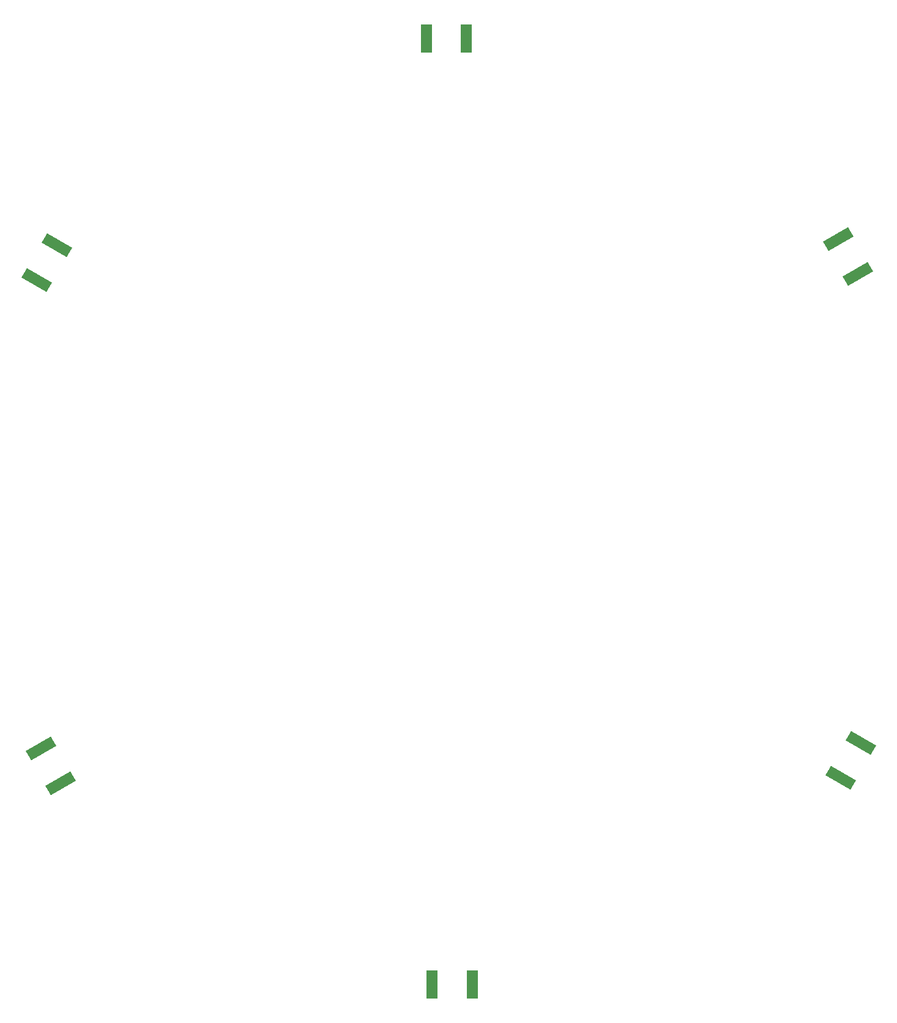
<source format=gbp>
G04 Layer_Color=128*
%FSLAX25Y25*%
%MOIN*%
G70*
G01*
G75*
G04:AMPARAMS|DCode=36|XSize=59.06mil|YSize=157.48mil|CornerRadius=0mil|HoleSize=0mil|Usage=FLASHONLY|Rotation=60.000|XOffset=0mil|YOffset=0mil|HoleType=Round|Shape=Rectangle|*
%AMROTATEDRECTD36*
4,1,4,0.05343,-0.06494,-0.08296,0.01380,-0.05343,0.06494,0.08296,-0.01380,0.05343,-0.06494,0.0*
%
%ADD36ROTATEDRECTD36*%

%ADD37R,0.05906X0.15748*%
G04:AMPARAMS|DCode=38|XSize=59.06mil|YSize=157.48mil|CornerRadius=0mil|HoleSize=0mil|Usage=FLASHONLY|Rotation=300.000|XOffset=0mil|YOffset=0mil|HoleType=Round|Shape=Rectangle|*
%AMROTATEDRECTD38*
4,1,4,-0.08296,-0.01380,0.05343,0.06494,0.08296,0.01380,-0.05343,-0.06494,-0.08296,-0.01380,0.0*
%
%ADD38ROTATEDRECTD38*%

D36*
X-224924Y126138D02*
D03*
X-214019Y145027D02*
D03*
X224058Y-126453D02*
D03*
X213153Y-145342D02*
D03*
D37*
X12402Y-257835D02*
D03*
X-9409D02*
D03*
X9252Y257638D02*
D03*
X-12559D02*
D03*
D38*
X211697Y148272D02*
D03*
X222603Y129383D02*
D03*
X-211696Y-148197D02*
D03*
X-222602Y-129308D02*
D03*
M02*

</source>
